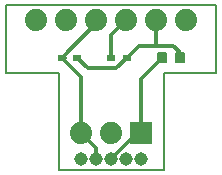
<source format=gtl>
G75*
%MOIN*%
%OFA0B0*%
%FSLAX25Y25*%
%IPPOS*%
%LPD*%
%AMOC8*
5,1,8,0,0,1.08239X$1,22.5*
%
%ADD10C,0.00500*%
%ADD11C,0.04500*%
%ADD12R,0.07400X0.07400*%
%ADD13C,0.07400*%
%ADD14C,0.00630*%
%ADD15R,0.02756X0.01969*%
%ADD16C,0.01200*%
D10*
X0019000Y0005800D02*
X0019000Y0038300D01*
X0001500Y0038300D01*
X0001500Y0060800D01*
X0071500Y0060800D01*
X0071500Y0038300D01*
X0054000Y0038300D01*
X0054000Y0005800D01*
X0019000Y0005800D01*
D11*
X0026500Y0009500D03*
X0031500Y0009500D03*
X0036500Y0009500D03*
X0041500Y0009500D03*
X0046500Y0009500D03*
D12*
X0046500Y0018300D03*
D13*
X0036500Y0018300D03*
X0026500Y0018300D03*
X0021500Y0055800D03*
X0011500Y0055800D03*
X0031500Y0055800D03*
X0041500Y0055800D03*
X0051500Y0055800D03*
X0061500Y0055800D03*
D14*
X0058193Y0044756D02*
X0058193Y0041844D01*
X0058193Y0044756D02*
X0060713Y0044756D01*
X0060713Y0041844D01*
X0058193Y0041844D01*
X0058193Y0042473D02*
X0060713Y0042473D01*
X0060713Y0043102D02*
X0058193Y0043102D01*
X0058193Y0043731D02*
X0060713Y0043731D01*
X0060713Y0044360D02*
X0058193Y0044360D01*
X0052287Y0044756D02*
X0052287Y0041844D01*
X0052287Y0044756D02*
X0054807Y0044756D01*
X0054807Y0041844D01*
X0052287Y0041844D01*
X0052287Y0042473D02*
X0054807Y0042473D01*
X0054807Y0043102D02*
X0052287Y0043102D01*
X0052287Y0043731D02*
X0054807Y0043731D01*
X0054807Y0044360D02*
X0052287Y0044360D01*
D15*
X0041756Y0043300D03*
X0036638Y0043300D03*
X0025256Y0043300D03*
X0020138Y0043300D03*
D16*
X0031500Y0054662D01*
X0031500Y0055800D01*
X0036638Y0050938D02*
X0041500Y0055800D01*
X0036638Y0050938D02*
X0036638Y0043300D01*
X0038256Y0039800D02*
X0041756Y0043300D01*
X0045656Y0047200D01*
X0051300Y0047200D01*
X0051500Y0047400D01*
X0051500Y0055800D01*
X0051300Y0047200D02*
X0057300Y0047200D01*
X0059000Y0045500D01*
X0059000Y0043300D01*
X0059453Y0043300D01*
X0053547Y0043300D02*
X0046500Y0036253D01*
X0046500Y0018300D01*
X0045300Y0018300D01*
X0036500Y0009500D01*
X0031500Y0009500D02*
X0031500Y0013300D01*
X0026500Y0018300D01*
X0026500Y0036938D01*
X0020138Y0043300D01*
X0021000Y0043300D01*
X0025256Y0043300D02*
X0028756Y0039800D01*
X0030500Y0039800D01*
X0038256Y0039800D01*
M02*

</source>
